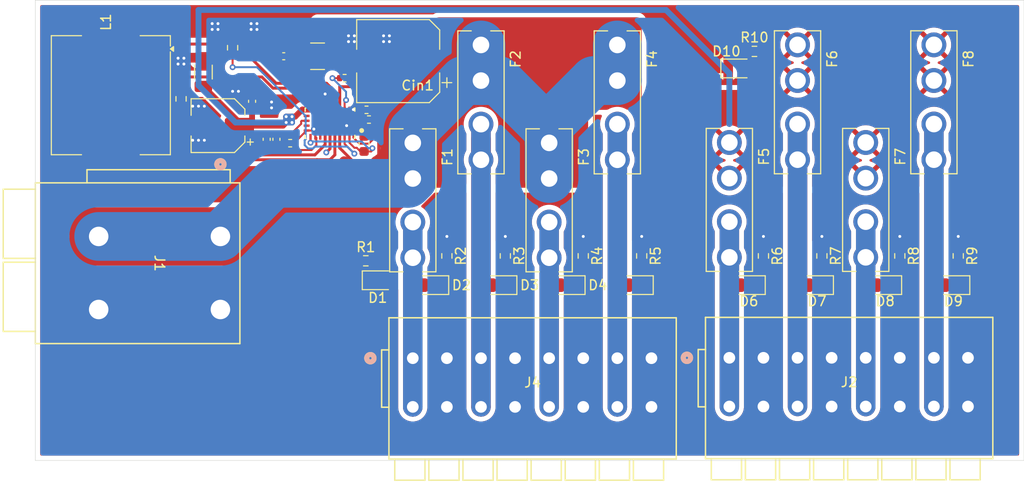
<source format=kicad_pcb>
(kicad_pcb (version 20241229) (generator "pcbnew") (generator_version "9.0")
  (layers (0 "F.Cu" signal) (2 "B.Cu" signal) (13 "F.Paste" user) (15 "B.Paste" user) (5 "F.SilkS" user "F.Silkscreen") (7 "B.SilkS" user "B.Silkscreen") (1 "F.Mask" user) (3 "B.Mask" user) (25 "Edge.Cuts" user))
  (property "PROJECTNAME" "")
  (property "SHEETTOTAL" "1")
  (net 0 "")
  (net 1 "/12Vin")
  (net 2 "GND")
  (net 3 "Net-(D1-A)")
  (net 4 "Net-(D2-A)")
  (net 5 "Net-(D3-A)")
  (net 6 "Net-(D4-A)")
  (net 7 "Net-(D5-A)")
  (net 8 "Net-(D6-A)")
  (net 9 "Net-(D7-A)")
  (net 10 "Net-(D8-A)")
  (net 11 "Net-(D9-A)")
  (net 12 "Net-(D10-A)")
  (net 13 "/VRM/Vout")
  (net 14 "Net-(D2-K)")
  (net 15 "Net-(D3-K)")
  (net 16 "Net-(D4-K)")
  (net 17 "Net-(D5-K)")
  (net 18 "Net-(D6-K)")
  (net 19 "Net-(D7-K)")
  (net 20 "Net-(D8-K)")
  (net 21 "Net-(D9-K)")
  (net 22 "Net-(U1-BOOT1)")
  (net 23 "Net-(U1-SW1)")
  (net 24 "Net-(U1-SW2)")
  (net 25 "Net-(U1-BOOT2)")
  (net 26 "Net-(Ccomp1-Pad2)")
  (net 27 "Net-(U1-COMP)")
  (net 29 "Net-(U1-EXTVCC)")
  (net 33 "Net-(U1-EN_UVLO)")
  (net 34 "Net-(U1-FSW)")
  (footprint "Capacitor_SMD:C_0402_1005Metric" (layer "F.Cu") (at 89.000001 53.024999 -90)
    (property "Reference" "Ccomp1" (hide yes))
    (property "Value" "C")
  )
  (footprint "Resistor_SMD:R_0603_1608Metric" (layer "F.Cu") (at 126.5 65 -90)
    (property "Reference" "R5")
    (property "Value" "R")
  )
  (footprint "Resistor_SMD:R_0603_1608Metric" (layer "F.Cu") (at 138.075 44)
    (property "Reference" "R10")
    (property "Value" "R")
  )
  (footprint "Resistor_SMD:R_0603_1608Metric" (layer "F.Cu") (at 139 65 -90)
    (property "Reference" "R6")
    (property "Value" "R")
  )
  (footprint "LED_SMD:LED_0805_2012Metric" (layer "F.Cu") (at 112 68 180)
    (property "Reference" "D3")
    (property "Value" "OUTSTAT2")
  )
  (footprint "3544_2_fuse:FUSE_3544-2" (layer "F.Cu") (at 135.5 59.25 -90)
    (property "Reference" "F5")
    (property "Value" "3544-2")
  )
  (footprint "LED_SMD:LED_0805_2012Metric" (layer "F.Cu") (at 151.5 68 180)
    (property "Reference" "D8")
    (property "Value" "OUTSTAT7")
  )
  (footprint "3544_2_fuse:FUSE_3544-2" (layer "F.Cu") (at 149.5 59.25 -90)
    (property "Reference" "F7")
    (property "Value" "3544-2")
  )
  (footprint "Capacitor_SMD:C_0402_1005Metric" (layer "F.Cu") (at 88.000001 53.024999 -90)
    (property "Reference" "Ccomp2" (hide yes))
    (property "Value" "C")
  )
  (footprint "Resistor_SMD:R_0603_1608Metric" (layer "F.Cu") (at 84.500001 43.624999 -90)
    (property "Reference" "Cboot1" (hide yes))
    (property "Value" "C")
  )
  (footprint "3544_2_fuse:FUSE_3544-2" (layer "F.Cu") (at 117 59.29 -90)
    (property "Reference" "F3")
    (property "Value" "3544-2")
  )
  (footprint "2601-1108:CONN8_2601-1108_WAG" (layer "F.Cu") (at 135.5 75.46)
    (property "Reference" "J2")
    (property "Value" "2601-1108")
  )
  (footprint "3544_2_fuse:FUSE_3544-2" (layer "F.Cu") (at 110 49.235 -90)
    (property "Reference" "F2")
    (property "Value" "3544-2")
  )
  (footprint "LED_SMD:LED_0805_2012Metric" (layer "F.Cu") (at 99.5 67.5)
    (property "Reference" "D1")
    (property "Value" "INSTAT")
  )
  (footprint "Resistor_SMD:R_0603_1608Metric" (layer "F.Cu") (at 120.5 65 -90)
    (property "Reference" "R4")
    (property "Value" "R")
  )
  (footprint "Inductor_SMD:L_Coilcraft_MSS1210-XXX" (layer "F.Cu") (at 72 48.5 -90)
    (property "Reference" "L1")
    (property "Value" "L")
  )
  (footprint "LED_SMD:LED_0805_2012Metric" (layer "F.Cu") (at 137.5 68 180)
    (property "Reference" "D6")
    (property "Value" "OUTSTAT5")
  )
  (footprint "Capacitor_SMD:C_0603_1608Metric" (layer "F.Cu") (at 98 53.5 90)
    (property "Reference" "Cvcc1" (hide yes))
    (property "Value" "C")
  )
  (footprint "TPS55289RYQR:RYQ0021A-MFG" (layer "F.Cu") (at 94.500001 51.375 180)
    (property "Reference" "U1" (hide yes))
    (property "Value" "TPS55289RYQR")
  )
  (footprint "Resistor_SMD:R_0603_1608Metric" (layer "F.Cu") (at 153 65 -90)
    (property "Reference" "R8")
    (property "Value" "R")
  )
  (footprint "3544_2_fuse:FUSE_3544-2" (layer "F.Cu") (at 103 59.29 -90)
    (property "Reference" "F1")
    (property "Value" "3544-2")
  )
  (footprint "LED_SMD:LED_0805_2012Metric" (layer "F.Cu") (at 105 68 180)
    (property "Reference" "D2")
    (property "Value" "OUTSTAT1")
  )
  (footprint "Resistor_SMD:R_0603_1608Metric" (layer "F.Cu") (at 106.5 65 -90)
    (property "Reference" "R2")
    (property "Value" "R")
  )
  (footprint "Resistor_SMD:R_0402_1005Metric" (layer "F.Cu") (at 90.410001 53.424999)
    (property "Reference" "Rcomp1" (hide yes))
    (property "Value" "R")
  )
  (footprint "LED_SMD:LED_0805_2012Metric" (layer "F.Cu") (at 136.3125 45.75)
    (property "Reference" "D10")
    (property "Value" "REGSTAT")
  )
  (footprint "2601-1108:CONN8_2601-1108_WAG" (layer "F.Cu") (at 102.999998 75.5)
    (property "Reference" "J4")
    (property "Value" "2601-1108")
  )
  (footprint "3544_2_fuse:FUSE_3544-2" (layer "F.Cu") (at 124 49.235 -90)
    (property "Reference" "F4")
    (property "Value" "3544-2")
  )
  (footprint "3544_2_fuse:FUSE_3544-2" (layer "F.Cu") (at 142.500003 49.225 -90)
    (property "Reference" "F6")
    (property "Value" "3544-2")
  )
  (footprint "3544_2_fuse:FUSE_3544-2" (layer "F.Cu") (at 156.5 49.225 -90)
    (property "Reference" "F8")
    (property "Value" "3544-2")
  )
  (footprint "Capacitor_SMD:C_1210_3225Metric" (layer "F.Cu") (at 93.225 44.5)
    (property "Reference" "Cinx1" (hide yes))
    (property "Value" "C")
  )
  (footprint "LED_SMD:LED_0805_2012Metric" (layer "F.Cu") (at 126 68 180)
    (property "Reference" "D5" (hide yes))
    (property "Value" "OUTSTAT4")
  )
  (footprint "Capacitor_SMD:C_1206_3216Metric" (layer "F.Cu") (at 81.500001 46.124999 90)
    (property "Reference" "Coutx1" (hide yes))
    (property "Value" "C")
  )
  (footprint "Resistor_SMD:R_0402_1005Metric" (layer "F.Cu") (at 98.25 50 180)
    (property "Reference" "Renb1" (hide yes))
    (property "Value" "R")
  )
  (footprint "2606-1102:CONN2_2606-1102_WAG" (layer "F.Cu") (at 83.25 63 -90)
    (property "Reference" "J1")
    (property "Value" "2606-1102")
  )
  (footprint "Resistor_SMD:R_0603_1608Metric" (layer "F.Cu") (at 112.5 65 -90)
    (property "Reference" "R3")
    (property "Value" "R")
  )
  (footprint "Resistor_SMD:R_0402_1005Metric" (layer "F.Cu") (at 98.5 51 180)
    (property "Reference" "Rent1" (hide yes))
    (property "Value" "R")
  )
  (footprint "Resistor_SMD:R_0402_1005Metric" (layer "F.Cu") (at 96 46.75)
    (property "Reference" "Rt1" (hide yes))
    (property "Value" "R")
  )
  (footprint "Resistor_SMD:R_0603_1608Metric" (layer "F.Cu") (at 79.208791 48.874999 -90)
    (property "Reference" "Cboot2" (hide yes))
    (property "Value" "C")
  )
  (footprint "Capacitor_SMD:C_0402_1005Metric" (layer "F.Cu") (at 86.500001 49.124999 90)
    (property "Reference" "Coutx2" (hide yes))
    (property "Value" "C")
  )
  (footprint "Capacitor_SMD:C_0402_1005Metric" (layer "F.Cu") (at 89.75 44.5 180)
    (property "Reference" "Cinx2" (hide yes))
    (property "Value" "C")
  )
  (footprint "LED_SMD:LED_0805_2012Metric" (layer "F.Cu") (at 158.5 68 180)
    (property "Reference" "D9")
    (property "Value" "OUTSTAT8")
  )
  (footprint "Capacitor_SMD:CP_Elec_8x6.9" (layer "F.Cu") (at 101.5 45 180)
    (property "Reference" "Cin1")
    (property "Value" "C_Polarized")
  )
  (footprint "LED_SMD:LED_0805_2012Metric" (layer "F.Cu") (at 119 68 180)
    (property "Reference" "D4")
    (property "Value" "OUTSTAT3")
  )
  (footprint "LED_SMD:LED_0805_2012Metric" (layer "F.Cu") (at 144.5 68 180)
    (property "Reference" "D7")
    (property "Value" "OUTSTAT6")
  )
  (footprint "Resistor_SMD:R_0603_1608Metric" (layer "F.Cu") (at 159 65 -90)
    (property "Reference" "R9")
    (property "Value" "R")
  )
  (footprint "Capacitor_SMD:CP_Elec_5x5.3" (layer "F.Cu") (at 83.000001 51.624999 180)
    (property "Reference" "Cout1" (hide yes))
    (property "Value" "C_Polarized")
  )
  (footprint "Resistor_SMD:R_0603_1608Metric" (layer "F.Cu") (at 145 65 -90)
    (property "Reference" "R7")
    (property "Value" "R")
  )
  (footprint "Resistor_SMD:R_0603_1608Metric" (layer "F.Cu") (at 98.175 65.5 180)
    (property "Reference" "R1")
    (property "Value" "R")
  )
  (gr_line (start 64.25 38.75) (end 64.25 86) (stroke (width 0.05)) (layer "Edge.Cuts"))
  (gr_line (start 165.75 86) (end 165.75 38.75) (stroke (width 0.05)) (layer "Edge.Cuts"))
  (gr_line (start 165.75 38.75) (end 64.25 38.75) (stroke (width 0.05)) (layer "Edge.Cuts"))
  (gr_line (start 64.25 86) (end 165.75 86) (stroke (width 0.05)) (layer "Edge.Cuts"))
  (segment (start 90.23 44.5) (end 91.75 44.5) (width 0.2) (layer "F.Cu") (net 1))
  (segment (start 99.500001 47.624999) (end 99.500001 51) (width 0.3) (layer "F.Cu") (net 1))
  (segment (start 99.01 51) (end 99.500001 51) (width 0.2) (layer "F.Cu") (net 1))
  (segment (start 91.75 42.5) (end 92.5 41.75) (width 0.6) (layer "F.Cu") (net 1))
  (segment (start 95.500002 51.375) (end 95.500001 47.624999) (width 0.3) (layer "F.Cu") (net 1))
  (segment (start 99.500001 54.624999) (end 98.500001 55.624999) (width 0.3) (layer "F.Cu") (net 1))
  (segment (start 98.500001 55.624999) (end 97.202618 55.624999) (width 0.3) (layer "F.Cu") (net 1))
  (segment (start 93.25 41) (end 106.25 41) (width 0.6) (layer "F.Cu") (net 1))
  (segment (start 95.500002 53.922383) (end 95.500002 51.375) (width 0.3) (layer "F.Cu") (net 1))
  (segment (start 99.500001 51) (end 99.500001 54.624999) (width 0.3) (layer "F.Cu") (net 1))
  (segment (start 92.5 41.75) (end 93.25 41) (width 0.6) (layer "F.Cu") (net 1))
  (segment (start 91.75 44.5) (end 91.75 42.5) (width 0.6) (layer "F.Cu") (net 1))
  (segment (start 97.202618 55.624999) (end 95.500002 53.922383) (width 0.3) (layer "F.Cu") (net 1))
  (segment (start 95.500001 47.624999) (end 99.500001 47.624999) (width 0.3) (layer "F.Cu") (net 1))
  (segment (start 117 53.395) (end 117 51.591878) (width 5) (layer "B.Cu") (net 1))
  (segment (start 88.701 57.549) (end 102.506 57.549) (width 5) (layer "B.Cu") (net 1))
  (segment (start 83.25 63) (end 88.701 57.549) (width 5) (layer "B.Cu") (net 1))
  (segment (start 108.196878 47) (end 110 47) (width 5) (layer "B.Cu") (net 1))
  (segment (start 124 47) (end 124 43.34) (width 5) (layer "B.Cu") (net 1))
  (segment (start 102.506 57.549) (end 103 57.055) (width 5) (layer "B.Cu") (net 1))
  (segment (start 117 51.591878) (end 121.591878 47) (width 5) (layer "B.Cu") (net 1))
  (segment (start 117 53.395) (end 117 57.055) (width 5) (layer "B.Cu") (net 1))
  (segment (start 110 47) (end 110 43.34) (width 5) (layer "B.Cu") (net 1))
  (segment (start 103 52.196878) (end 108.196878 47) (width 5) (layer "B.Cu") (net 1))
  (segment (start 117 52.196878) (end 117 53.395) (width 5) (layer "B.Cu") (net 1))
  (segment (start 121.591878 47) (end 124 47) (width 5) (layer "B.Cu") (net 1))
  (segment (start 110 47) (end 111.803122 47) (width 5) (layer "B.Cu") (net 1))
  (segment (start 70.75 63) (end 83.25 63) (width 5) (layer "B.Cu") (net 1))
  (segment (start 111.803122 47) (end 117 52.196878) (width 5) (layer "B.Cu") (net 1))
  (segment (start 103 53.395) (end 103 57.055) (width 5) (layer "B.Cu") (net 1))
  (segment (start 103 53.395) (end 103 52.196878) (width 5) (layer "B.Cu") (net 1))
  (segment (start 97.5 51.625) (end 98 52.125) (width 0.3) (layer "F.Cu") (net 2))
  (segment (start 81.6 53.124999) (end 80.4 53.124999) (width 0.6) (layer "F.Cu") (net 2))
  (segment (start 80.500001 51.924999) (end 80.800001 51.624999) (width 0.6) (layer "F.Cu") (net 2))
  (segment (start 92.100001 52.125001) (end 92.694607 52.125001) (width 0.2) (layer "F.Cu") (net 2))
  (segment (start 94.11924 54.376001) (end 94.500001 53.99524) (width 0.3) (layer "F.Cu") (net 2))
  (segment (start 81.6 53.124999) (end 81.500001 53.224998) (width 0.6) (layer "F.Cu") (net 2))
  (segment (start 81.000001 53.124999) (end 81.000001 51.824999) (width 0.6) (layer "F.Cu") (net 2))
  (segment (start 80.5 49.724999) (end 80.5 51.324998) (width 0.6) (layer "F.Cu") (net 2))
  (segment (start 80.4 49.624999) (end 80.5 49.724999) (width 0.6) (layer "F.Cu") (net 2))
  (segment (start 81.500001 53.224998) (end 81.500001 53.250001) (width 0.6) (layer "F.Cu") (net 2))
  (segment (start 92.694607 52.125001) (end 92.843256 51.976352) (width 0.2) (layer "F.Cu") (net 2))
  (segment (start 80.5 51.324998) (end 80.800001 51.624999) (width 0.6) (layer "F.Cu") (net 2))
  (segment (start 80.4 53.124999) (end 80.500001 53.024998) (width 0.6) (layer "F.Cu") (net 2))
  (segment (start 98.025 45) (end 96.51 46.515) (width 0.2) (layer "F.Cu") (net 2))
  (segment (start 81.500001 53.250001) (end 81.75 53.5) (width 0.6) (layer "F.Cu") (net 2))
  (segment (start 96.205481 51.625) (end 96.900001 51.625) (width 0.3) (layer "F.Cu") (net 2))
  (segment (start 98 52.125) (end 98 52.725) (width 0.3) (layer "F.Cu") (net 2))
  (segment (start 81.000001 51.824999) (end 80.800001 51.624999) (width 0.6) (layer "F.Cu") (net 2))
  (segment (start 87.254999 53.504999) (end 88.000001 53.504999) (width 0.6) (layer "F.Cu") (net 2))
  (segment (start 81.75 53.5) (end 87.25 53.5) (width 0.6) (layer "F.Cu") (net 2))
  (segment (start 81.500001 52.324999) (end 80.800001 51.624999) (width 0.6) (layer "F.Cu") (net 2))
  (segment (start 81.000001 51.424999) (end 80.800001 51.624999) (width 0.6) (layer "F.Cu") (net 2))
  (segment (start 81.6 53.124999) (end 81.500001 53.025) (width 0.6) (layer "F.Cu") (net 2))
  (segment (start 81.500001 49.724998) (end 81.500001 50.924999) (width 0.6) (layer "F.Cu") (net 2))
  (segment (start 81.000001 49.624999) (end 81.000001 51.424999) (width 0.6) (layer "F.Cu") (net 2))
  (segment (start 90.920001 53.305001) (end 92.100001 52.125001) (width 0.2) (layer "F.Cu") (net 2))
  (segment (start 81.6 49.624999) (end 81.500001 49.724998) (width 0.6) (layer "F.Cu") (net 2))
  (segment (start 96.900001 51.625) (end 97.5 51.625) (width 0.3) (layer "F.Cu") (net 2))
  (segment (start 80.4 49.624999) (end 81.000001 49.624999) (width 0.6) (layer "F.Cu") (net 2))
  (segment (start 87.25 53.5) (end 87.254999 53.504999) (width 0.6) (layer "F.Cu") (net 2))
  (segment (start 81.500001 53.025) (end 81.500001 52.324999) (width 0.6) (layer "F.Cu") (net 2))
  (segment (start 90.920001 53.424999) (end 90.920001 53.305001) (width 0.2) (layer "F.Cu") (net 2))
  (segment (start 96.51 46.515) (end 96.51 46.75) (width 0.2) (layer "F.Cu") (net 2))
  (segment (start 97.125001 50) (end 97.74 50) (width 0.2) (layer "F.Cu") (net 2))
  (segment (start 96.500002 49.975) (end 96.900001 49.975) (width 0.3) (layer "F.Cu") (net 2))
  (segment (start 81.6 53.124999) (end 81.000001 53.124999) (width 0.6) (layer "F.Cu") (net 2))
  (segment (start 94.500001 53.99524) (end 94.500001 48.874999) (width 0.3) (layer "F.Cu") (net 2))
  (segment (start 96.900001 49.975) (end 97.100001 49.975) (width 0.2) (layer "F.Cu") (net 2))
  (segment (start 80.500001 53.024998) (end 80.500001 51.924999) (width 0.6) (layer "F.Cu") (net 2))
  (segment (start 97.100001 49.975) (end 97.125001 50) (width 0.2) (layer "F.Cu") (net 2))
  (segment (start 81.500001 50.924999) (end 80.800001 51.624999) (width 0.6) (layer "F.Cu") (net 2))
  (segment (start 94.500001 48.874999) (end 94.000002 48.375) (width 0.3) (layer "F.Cu") (net 2))
  (segment (start 81.000001 49.624999) (end 81.6 49.624999) (width 0.6) (layer "F.Cu") (net 2))
  (via (at 87 41.15) (size 0.6) (drill 0.3) (layers "F.Cu" "B.Cu") (net 2))
  (via (at 81.000001 49.624999) (size 0.6) (drill 0.3) (layers "F.Cu" "B.Cu") (net 2))
  (via (at 97 42.4) (size 0.6) (drill 0.3) (layers "F.Cu" "B.Cu") (net 2))
  (via (at 100 43) (size 0.6) (drill 0.3) (layers "F.Cu" "B.Cu") (net 2))
  (via (at 145 63) (size 0.6) (drill 0.3) (layers "F.Cu" "B.Cu") (net 2))
  (via (at 79.5 44.7) (size 0.6) (drill 0.3) (layers "F.Cu" "B.Cu") (net 2))
  (via (at 100 42.4) (size 0.6) (drill 0.3) (layers "F.Cu" "B.Cu") (net 2))
  (via (at 80.4 53.124999) (size 0.6) (drill 0.3) (layers "F.Cu" "B.Cu") (net 2))
  (via (at 80.4 49.624999) (size 0.6) (drill 0.3) (layers "F.Cu" "B.Cu") (net 2))
  (via (at 96.205481 51.625) (size 0.6) (drill 0.3) (layers "F.Cu" "B.Cu") (net 2))
  (via (at 78.9 44.7) (size 0.6) (drill 0.3) (layers "F.Cu" "B.Cu") (net 2))
  (via (at 79.5 45.3) (size 0.6) (drill 0.3) (layers "F.Cu" "B.Cu") (net 2))
  (via (at 88.5 49.8) (size 0.6) (drill 0.3) (layers "F.Cu" "B.Cu") (net 2))
  (via (at 88.5 49.2) (size 0.6) (drill 0.3) (layers "F.Cu" "B.Cu") (net 2))
  (via (at 153 63) (size 0.6) (drill 0.3) (layers "F.Cu" "B.Cu") (net 2))
  (via (at 87 41.75) (size 0.6) (drill 0.3) (layers "F.Cu" "B.Cu") (net 2))
  (via (at 78.9 45.3) (size 0.6) (drill 0.3) (layers "F.Cu" "B.Cu") (net 2))
  (via (at 139 63) (size 0.6) (drill 0.3) (layers "F.Cu" "B.Cu") (net 2))
  (via (at 81.6 53.124999) (size 0.6) (drill 0.3) (layers "F.Cu" "B.Cu") (net 2))
  (via (at 92.843256 51.976352) (size 0.6) (drill 0.3) (layers "F.Cu" "B.Cu") (net 2))
  (via (at 96.4 42.4) (size 0.6) (drill 0.3) (layers "F.Cu" "B.Cu") (net 2))
  (via (at 86.4 41.15) (size 0.6) (drill 0.3) (layers "F.Cu" "B.Cu") (net 2))
  (via (at 126.5 63) (size 0.6) (drill 0.3) (layers "F.Cu" "B.Cu") (net 2))
  (via (at 112.5 63) (size 0.6) (drill 0.3) (layers "F.Cu" "B.Cu") (net 2))
  (via (at 94.000002 48.375) (size 0.6) (drill 0.3) (layers "F.Cu" "B.Cu") (net 2))
  (via (at 84.5 48.1) (size 0.6) (drill 0.3) (layers "F.Cu" "B.Cu") (net 2))
  (via (at 100.6 43) (size 0.6) (drill 0.3) (layers "F.Cu" "B.Cu") (net 2))
  (via (at 86.4 41.75) (size 0.6) (drill 0.3) (layers "F.Cu" "B.Cu") (net 2))
  (via (at 96.4 43) (size 0.6) (drill 0.3) (layers "F.Cu" "B.Cu") (net 2))
  (via (at 81.000001 53.124999) (size 0.6) (drill 0.3) (layers "F.Cu" "B.Cu") (net 2))
  (via (at 82.4 41.15) (size 0.6) (drill 0.3) (layers "F.Cu" "B.Cu") (net 2))
  (via (at 159 63) (size 0.6) (drill 0.3) (layers "F.Cu" "B.Cu") (net 2))
  (via (at 83 41.15) (size 0.6) (drill 0.3) (layers "F.Cu" "B.Cu") (net 2))
  (via (at 106.5 63) (size 0.6) (drill 0.3) (layers "F.Cu" "B.Cu") (net 2))
  (via (at 100.6 42.4) (size 0.6) (drill 0.3) (layers "F.Cu" "B.Cu") (net 2))
  (via (at 81.6 49.624999) (size 0.6) (drill 0.3) (layers "F.Cu" "B.Cu") (net 2))
  (via (at 94.11924 54.376001) (size 0.6) (drill 0.3) (layers "F.Cu" "B.Cu") (net 2))
  (via (at 82.4 41.75) (size 0.6) (drill 0.3) (layers "F.Cu" "B.Cu") (net 2))
  (via (at 96.900001 49.975) (size 0.6) (drill 0.3) (layers "F.Cu" "B.Cu") (net 2))
  (via (at 83 41.75) (size 0.6) (drill 0.3) (layers "F.Cu" "B.Cu") (net 2))
  (via (at 85.1 48.1) (size 0.6) (drill 0.3) (layers "F.Cu" "B.Cu") (net 2))
  (via (at 97 43) (size 0.6) (drill 0.3) (layers "F.Cu" "B.Cu") (net 2))
  (via (at 120.5 63) (size 0.6) (drill 0.3) (layers "F.Cu" "B.Cu") (net 2))
  (segment (start 99 66.0625) (end 100.4375 67.5) (width 0.2) (layer "F.Cu") (net 3))
  (segment (start 99 65.5) (end 99 66.0625) (width 0.2) (layer "F.Cu") (net 3))
  (segment (start 103 61.525) (end 103 80.499998) (width 2) (layer "F.Cu") (net 4))
  (segment (start 103 80.499998) (end 102.999998 80.5) (width 2) (layer "F.Cu") (net 4))
  (segment (start 103 80.499998) (end 102.999998 80.5) (width 2) (layer "B.Cu") (net 4))
  (segment (start 103 61.525) (end 103 80.499998) (width 2) (layer "B.Cu") (net 4))
  (segment (start 110 53) (end 110 80.5) (width 2) (layer "F.Cu") (net 5))
  (segment (start 110.000002 80.499998) (end 110 80.5) (width 2) (layer "F.Cu") (net 5))
  (segment (start 110 51.47) (end 110 55.13) (width 2) (layer "F.Cu") (net 5))
  (segment (start 110 51.47) (end 110 80.5) (width 2) (layer "B.Cu") (net 5))
  (segment (start 117.000001 61.525001) (end 117.000001 80.5) (width 2) (layer "F.Cu") (net 6))
  (segment (start 117 61.525) (end 117.000001 61.525001) (width 2) (layer "F.Cu") (net 6))
  (segment (start 117.000001 61.525001) (end 117.000001 80.5) (width 2) (layer "B.Cu") (net 6))
  (segment (start 117 61.525) (end 117.000001 61.525001) (width 2) (layer "B.Cu") (net 6))
  (segment (start 124 80.499998) (end 124.000002 80.5) (width 2) (layer "F.Cu") (net 7))
  (segment (start 124 51.47) (end 124 80.499998) (width 2) (layer "F.Cu") (net 7))
  (segment (start 124 80.499998) (end 124.000002 80.5) (width 2) (layer "B.Cu") (net 7))
  (segment (start 124 51.47) (end 124 80.499998) (width 2) (layer "B.Cu") (net 7))
  (segment (start 135.5 80.46) (end 135.5 61.485) (width 2) (layer "F.Cu") (net 8))
  (segment (start 135.5 61.485) (end 135.5 80.46) (width 2) (layer "B.Cu") (net 8))
  (segment (start 142.500003 51.46) (end 142.500002 80.46) (width 2) (layer "F.Cu") (net 9))
  (segment (start 142.500003 51.46) (end 142.500002 80.46) (width 2) (layer "B.Cu") (net 9))
  (segment (start 149.5 80.459997) (end 149.500003 80.46) (width 2) (layer "F.Cu") (net 10))
  (segment (start 149.5 61.485) (end 149.5 80.459997) (width 2) (layer "F.Cu") (net 10))
  (segment (start 149.5 61.485) (end 149.5 80.459997) (width 2) (layer "B.Cu") (net 10))
  (segment (start 149.5 80.459997) (end 149.500003 80.46) (width 2) (layer "B.Cu") (net 10))
  (segment (start 156.5 80.459996) (end 156.500004 80.46) (width 2) (layer "F.Cu") (net 11))
  (segment (start 156.5 51.46) (end 156.5 80.459996) (width 2) (layer "F.Cu") (net 11))
  (segment (start 156.5 80.459996) (end 156.500004 80.46) (width 2) (layer "B.Cu") (net 11))
  (segment (start 156.5 51.46) (end 156.5 80.459996) (width 2) (layer "B.Cu") (net 11))
  (segment (start 137.25 44) (end 137.25 45.75) (width 0.2) (layer "F.Cu") (net 12))
  (segment (start 90 51.3) (end 90 50.7) (width 0.6) (layer "F.Cu") (net 13))
  (segment (start 85.200001 51.299999) (end 81.500001 47.599999) (width 0.6) (layer "F.Cu") (net 13))
  (segment (start 93.2 50.2) (end 93.3 50.1) (width 0.3) (layer "F.Cu") (net 13))
  (segment (start 90.6 51.3) (end 90.6 50.7) (width 0.6) (layer "F.Cu") (net 13))
  (segment (start 90 51.3) (end 90.6 51.3) (width 0.6) (layer "F.Cu") (net 13))
  (segment (start 93.125001 50.1) (end 93.000001 49.975) (width 0.3) (layer "F.Cu") (net 13))
  (segment (start 85.200001 51.624999) (end 85.200001 51.299999) (width 0.6) (layer "F.Cu") (net 13))
  (segment (start 93.5 49.975) (end 93.000001 49.975) (width 0.3) (layer "F.Cu") (net 13))
  (segment (start 90.6 50.7) (end 90.925 50.7) (width 0.6) (layer "F.Cu") (net 13))
  (segment (start 90.6 50.7) (end 90 50.7) (width 0.6) (layer "F.Cu") (net 13))
  (segment (start 93.5 51.375) (end 93.2 51.075) (width 0.3) (layer "F.Cu") (net 13))
  (segment (start 89.675001 51.624999) (end 90 51.3) (width 0.6) (layer "F.Cu") (net 13))
  (segment (start 93.3 50.1) (end 93.125001 50.1) (width 0.3) (layer "F.Cu") (net 13))
  (segment (start 93.5 51.375) (end 93.5 49.975) (width 0.3) (layer "F.Cu") (net 13))
  (segment (start 93.2 51.075) (end 93.2 50.2) (width 0.3) (layer "F.Cu") (net 13))
  (segment (start 91.65 49.975) (end 93.3 49.975) (width 0.6) (layer "F.Cu") (net 13))
  (segment (start 85.200001 51.624999) (end 89.675001 51.624999) (width 0.6) (layer "F.Cu") (net 13))
  (segment (start 90.925 50.7) (end 91.65 49.975) (width 0.6) (layer "F.Cu") (net 13))
  (segment (start 86.500001 51.124999) (end 86.500001 49.604999) (width 0.6) (layer "F.Cu") (net 13))
  (via (at 90 51.3) (size 0.6) (drill 0.3) (layers "F.Cu" "B.Cu") (net 13))
  (via (at 90.6 50.7) (size 0.6) (drill 0.3) (layers "F.Cu" "B.Cu") (net 13))
  (via (at 90 50.7) (size 0.6) (drill 0.3) (layers "F.Cu" "B.Cu") (net 13))
  (via (at 90.6 51.3) (size 0.6) (drill 0.3) (layers "F.Cu" "B.Cu") (net 13))
  (segment (start 90 51.3) (end 90.6 51.3) (width 0.6) (layer "B.Cu") (net 13))
  (segment (start 90 51.3) (end 84.8 51.3) (width 0.6) (layer "B.Cu") (net 13))
  (segment (start 129 39.75) (end 135.5 46.25) (width 0.6) (layer "B.Cu") (net 13))
  (segment (start 90.6 51.3) (end 90.6 50.7) (width 0.6) (layer "B.Cu") (net 13))
  (segment (start 84.8 51.3) (end 81 47.5) (width 0.6) (layer "B.Cu") (net 13))
  (segment (start 81 47.5) (end 81 39.75) (width 0.6) (layer "B.Cu") (net 13))
  (segment (start 135.5 46.25) (end 135.5 51.46) (width 0.6) (layer "B.Cu") (net 13))
  (segment (start 90.6 50.7) (end 90 50.7) (width 0.6) (layer "B.Cu") (net 13))
  (segment (start 90 50.7) (end 90 51.3) (width 0.6) (layer "B.Cu") (net 13))
  (segment (start 81 39.75) (end 129 39.75) (width 0.6) (layer "B.Cu") (net 13))
  (segment (start 106.5 65.825) (end 106.5 67.4375) (width 0.2) (layer "F.Cu") (net 14))
  (segment (start 106.5 67.4375) (end 105.9375 68) (width 0.2) (layer "F.Cu") (net 14))
  (segment (start 112.5 67.5625) (end 112.9375 68) (width 0.2) (layer "F.Cu") (net 15))
  (segment (start 112.5 65.825) (end 112.5 67.5625) (width 0.2) (layer "F.Cu") (net 15))
  (segment (start 120.5 67.4375) (end 119.9375 68) (width 0.2) (layer "F.Cu") (net 16))
  (segment (start 120.5 65.825) (end 120.5 67.4375) (width 0.2) (layer "F.Cu") (net 16))
  (segment (start 126.5 67.5625) (end 126.9375 68) (width 0.2) (layer "F.Cu") (net 17))
  (segment (start 126.5 65.825) (end 126.5 67.5625) (width 0.2) (layer "F.Cu") (net 17))
  (segment (start 139 67.4375) (end 138.4375 68) (width 0.2) (layer "F.Cu") (net 18))
  (segment (start 139 65.825) (end 139 67.4375) (width 0.2) (layer "F.Cu") (net 18))
  (segment (start 145 67.5625) (end 145.4375 68) (width 0.2) (layer "F.Cu") (net 19))
  (segment (start 145 65.825) (end 145 67.5625) (width 0.2) (layer "F.Cu") (net 19))
  (segment (start 153 67.4375) (end 152.4375 68) (width 0.2) (layer "F.Cu") (net 20))
  (segment (start 153 65.825) (end 153 67.4375) (width 0.2) (layer "F.Cu") (net 20))
  (segment (start 159 65.825) (end 159 67.5625) (width 0.2) (layer "F.Cu") (net 21))
  (segment (start 159 67.5625) (end 159.4375 68) (width 0.2) (layer "F.Cu") (net 21))
  (segment (start 96.498273 54) (end 96.000001 53.501728) (width 0.2) (layer "F.Cu") (net 22))
  (segment (start 96.5 54) (end 96.498273 54) (width 0.2) (layer "F.Cu") (net 22))
  (segment (start 96.000001 53.501728) (end 96.000001 52.775) (width 0.2) (layer "F.Cu") (net 22))
  (segment (start 84.500001 45.624999) (end 84.500001 44.449999) (width 0.2) (layer "F.Cu") (net 22))
  (segment (start 96.5 54) (end 97 54.5) (width 0.2) (layer "F.Cu") (net 22))
  (via (at 97 54.5) (size 0.6) (drill 0.3) (layers "F.Cu" "B.Cu") (net 22))
  (via (at 84.500001 45.624999) (size 0.6) (drill 0.3) (layers "F.Cu" "B.Cu") (net 22))
  (segment (start 92.251058 53.976) (end 92.748944 53.976) (width 0.2) (layer "B.Cu") (net 22))
  (segment (start 96.276 53.776) (end 97 54.5) (width 0.2) (layer "B.Cu") (net 22))
  (segment (start 91.899001 53.623943) (end 92.251058 53.976) (width 0.2) (layer "B.Cu") (net 22))
  (segment (start 92.948944 53.776) (end 96.276 53.776) (width 0.2) (layer "B.Cu") (net 22))
  (segment (start 91.899001 53.126057) (end 91.899001 53.623943) (width 0.2) (layer "B.Cu") (net 22))
  (segment (start 92.000001 50.624999) (end 92.000001 53.025057) (width 0.2) (layer "B.Cu") (net 22))
  (segment (start 92.000001 53.025057) (end 91.899001 53.126057) (width 0.2) (layer "B.Cu") (net 22))
  (segment (start 92.748944 53.976) (end 92.948944 53.776) (width 0.2) (layer "B.Cu") (net 22))
  (segment (start 84.500001 45.624999) (end 87.000001 45.624999) (width 0.2) (layer "B.Cu") (net 22))
  (segment (start 87.000001 45.624999) (end 92.000001 50.624999) (width 0.2) (layer "B.Cu") (net 22))
  (segment (start 69.268129 55.124999) (end 68.899 54.75587) (width 0.3) (layer "F.Cu") (net 23))
  (segment (start 84.175001 42.799999) (end 84.500001 42.799999) (width 0.3) (layer "F.Cu") (net 23))
  (segment (start 95 48.124999) (end 94.151 47.275999) (width 0.3) (layer "F.Cu") (net 23))
  (segment (start 88.976001 47.275999) (end 84.500001 42.799999) (width 0.3) (layer "F.Cu") (net 23))
  (segment (start 95 51.375) (end 95 54.624999) (width 0.3) (layer "F.Cu") (net 23))
  (segment (start 72 43.75) (end 72.5 43.25) (width 0.3) (layer "F.Cu") (net 23))
  (segment (start 93.158523 55.125999) (end 78.042481 55.125999) (width 0.3) (layer "F.Cu") (net 23))
  (segment (start 78.04148 55.124999) (end 69.268129 55.124999) (width 0.3) (layer "F.Cu") (net 23))
  (segment (start 68.899 54.75587) (end 68.899 46.851) (width 0.3) (layer "F.Cu") (net 23))
  (segment (start 94.151 47.275999) (end 88.976001 47.275999) (width 0.3) (layer "F.Cu") (net 23))
  (segment (start 68.899 46.851) (end 72 43.75) (width 0.3) (layer "F.Cu") (net 23))
  (segment (start 93.159524 55.124999) (end 93.158523 55.125999) (width 0.3) (layer "F.Cu") (net 23))
  (segment (start 95 54.624999) (end 94.5 55.124999) (width 0.3) (layer "F.Cu") (net 23))
  (segment (start 95 51.375) (end 95 48.124999) (width 0.3) (layer "F.Cu") (net 23))
  (segment (start 94.5 55.124999) (end 93.159524 55.124999) (width 0.3) (layer "F.Cu") (net 23))
  (segment (start 78.042481 55.125999) (end 78.04148 55.124999) (width 0.3) (layer "F.Cu") (net 23))
  (segment (start 83.725 43.25) (end 84.175001 42.799999) (width 0.3) (layer "F.Cu") (net 23))
  (segment (start 72.5 43.25) (end 83.725 43.25) (width 0.3) (layer "F.Cu") (net 23))
  (segment (start 87.500001 46.624999) (end 79.417581 46.624999) (width 0.3) (layer "F.Cu") (net 24))
  (segment (start 92.951003 54.624999) (end 94.000002 53.576) (width 0.3) (layer "F.Cu") (net 24))
  (segment (start 79.417581 46.624999) (end 79.208791 46.833789) (width 0.3) (layer "F.Cu") (net 24))
  (segment (start 94.000002 53.576) (end 94.000002 51.375) (width 0.3) (layer "F.Cu") (net 24))
  (segment (start 92.302001 47.776999) (end 88.652001 47.776999) (width 0.3) (layer "F.Cu") (net 24))
  (segment (start 88.652001 47.776999) (end 87.500001 46.624999) (width 0.3) (layer "F.Cu") (net 24))
  (segment (start 78.250001 54.624999) (end 92.951003 54.624999) (width 0.3) (layer "F.Cu") (net 24))
  (segment (start 79.208791 46.833789) (end 79.208791 48.049999) (width 0.3) (layer "F.Cu") (net 24))
  (segment (start 78.250001 54.624999) (end 76.875002 53.25) (width 0.3) (layer "F.Cu") (net 24))
  (segment (start 94.000002 49.475) (end 92.302001 47.776999) (width 0.3) (layer "F.Cu") (net 24))
  (segment (start 79.208791 48.049999) (end 77.200001 48.049999) (width 0.3) (layer "F.Cu") (net 24))
  (segment (start 76.875002 53.25) (end 72 53.25) (width 0.3) (layer "F.Cu") (net 24))
  (segment (start 77.200001 48.049999) (end 72 53.25) (width 0.3) (layer "F.Cu") (net 24))
  (segment (start 94.000002 51.375) (end 94.000002 49.475) (width 0.3) (layer "F.Cu") (net 24))
  (segment (start 93.000001 52.775) (end 93.101001 52.876) (width 0.2) (layer "F.Cu") (net 25))
  (segment (start 78.500001 50.408789) (end 79.208791 49.699999) (width 0.2) (layer "F.Cu") (net 25))
  (segment (start 79.500001 54.124999) (end 78.500001 53.124999) (width 0.2) (layer "F.Cu") (net 25))
  (segment (start 93.101001 52.876) (end 93.101001 53.623943) (width 0.2) (layer "F.Cu") (net 25))
  (segment (start 93.101001 53.623943) (end 92.599945 54.124999) (width 0.2) (layer "F.Cu") (net 25))
  (segment (start 92.599945 54.124999) (end 79.500001 54.124999) (width 0.2) (layer "F.Cu") (net 25))
  (segment (start 78.500001 53.124999) (end 78.500001 50.408789) (width 0.2) (layer "F.Cu") (net 25))
  (segment (start 89.000001 53.504999) (end 89.820001 53.504999) (width 0.2) (layer "F.Cu") (net 26))
  (segment (start 89.820001 53.504999) (end 89.900001 53.424999) (width 0.2) (layer "F.Cu") (net 26))
  (segment (start 91.600002 51.125) (end 91.539002 51.186) (width 0.2) (layer "F.Cu") (net 27))
  (segment (start 89.000001 52.544999) (end 90.429943 52.544999) (width 0.2) (layer "F.Cu") (net 27))
  (segment (start 91.539002 51.186) (end 91.539002 51.43594) (width 0.2) (layer "F.Cu") (net 27))
  (segment (start 92.100001 51.125) (end 91.600002 51.125) (width 0.2) (layer "F.Cu") (net 27))
  (segment (start 89.000001 52.544999) (end 88.000001 52.544999) (width 0.2) (layer "F.Cu") (net 27))
  (segment (start 91.539002 51.43594) (end 90.429943 52.544999) (width 0.2) (layer "F.Cu") (net 27))
  (segment (start 98.725 54.275) (end 98 54.275) (width 0.2) (layer "F.Cu") (net 29))
  (segment (start 97.601 54.275) (end 98 54.275) (width 0.2) (layer "F.Cu") (net 29))
  (segment (start 97.248943 53.899) (end 97.601 54.251057) (width 0.2) (layer "F.Cu") (net 29))
  (segment (start 97.900001 54.275) (end 98 54.275) (width 0.2) (layer "F.Cu") (net 29))
  (segment (start 96.500002 52.775) (end 96.500002 53.387502) (width 0.2) (layer "F.Cu") (net 29))
  (segment (start 98.850001 54.149999) (end 98.725 54.275) (width 0.2) (layer "F.Cu") (net 29))
  (segment (start 92.500001 53.375) (end 92.5 52.775) (width 0.2) (layer "F.Cu") (net 29))
  (segment (start 96.500002 53.387502) (end 97.0115 53.899) (width 0.2) (layer "F.Cu") (net 29))
  (segment (start 97.601 54.251057) (end 97.601 54.275) (width 0.2) (layer "F.Cu") (net 29))
  (segment (start 98.850001 53.943659) (end 98.850001 54.149999) (width 0.2) (layer "F.Cu") (net 29))
  (segment (start 97.0115 53.899) (end 97.248943 53.899) (width 0.2) (layer "F.Cu") (net 29))
  (segment (start 96.500002 52.875001) (end 96.500002 52.775) (width 0.2) (layer "F.Cu") (net 29))
  (via (at 98.850001 53.943659) (size 0.6) (drill 0.3) (layers "F.Cu" "B.Cu") (net 29))
  (via (at 92.500001 53.375) (size 0.6) (drill 0.3) (layers "F.Cu" "B.Cu") (net 29))
  (segment (start 98.44366 53.94366) (end 97.75 53.25) (width 0.2) (layer "B.Cu") (net 29))
  (segment (start 98.850001 53.943659) (end 98.85 53.94366) (width 0.2) (layer "B.Cu") (net 29))
  (segment (start 98.85 53.94366) (end 98.44366 53.94366) (width 0.2) (layer "B.Cu") (net 29))
  (segment (start 97.75 53.25) (end 92.625001 53.25) (width 0.2) (layer "B.Cu") (net 29))
  (segment (start 92.625001 53.25) (end 92.500001 53.375) (width 0.2) (layer "B.Cu") (net 29))
  (segment (start 97.99 50.77) (end 97.99 51) (width 0.2) (layer "F.Cu") (net 33))
  (segment (start 97.52589 53.476) (end 98.47411 53.476) (width 0.2) (layer "F.Cu") (net 33))
  (segment (start 99 52.01) (end 97.99 51) (width 0.2) (layer "F.Cu") (net 33))
  (segment (start 98.47411 53.476) (end 99 52.95011) (width 0.2) (layer "F.Cu") (net 33))
  (segment (start 96.900001 52.125001) (end 96.900001 52.850111) (width 0.2) (layer "F.Cu") (net 33))
  (segment (start 99 52.95011) (end 99 52.01) (width 0.2) (layer "F.Cu") (net 33))
  (segment (start 98.76 50) (end 97.99 50.77) (width 0.2) (layer "F.Cu") (net 33))
  (segment (start 96.900001 52.850111) (end 97.52589 53.476) (width 0.2) (layer "F.Cu") (net 33))
  (segment (start 94.75 46.75) (end 95.49 46.75) (width 0.2) (layer "F.Cu") (net 34))
  (segment (start 96.000001 49.150001) (end 96.150002 49) (width 0.2) (layer "F.Cu") (net 34))
  (segment (start 96.000001 49.975) (end 96.000001 49.150001) (width 0.2) (layer "F.Cu") (net 34))
  (via (at 96.150002 49) (size 0.6) (drill 0.3) (layers "F.Cu" "B.Cu") (net 34))
  (via (at 94.75 46.75) (size 0.6) (drill 0.3) (layers "F.Cu" "B.Cu") (net 34))
  (segment (start 96.150002 49) (end 96.150002 48.150002) (width 0.2) (layer "B.Cu") (net 34))
  (segment (start 96.150002 48.150002) (end 94.75 46.75) (width 0.2) (layer "B.Cu") (net 34))
  (zone (net 1) (net_name "/12Vin") (layer "F.Cu") (priority 1) (connect_pads yes (clearance 0.5)) (min_thickness 1) (fill yes (thermal_gap 0.5) (thermal_bridge_width 2))
    (polygon (pts (xy 126.5 50) (xy 121 50) (xy 121 58) (xy 105 58) (xy 97 66) (xy 67.75 66) (xy 67.75 60) (xy 86 60) (xy 105.5 40.5) (xy 126.5 40.5)))
  )
  (zone (net 2) (net_name "GND") (layer "F.Cu") (connect_pads (clearance 0.5)) (min_thickness 0.25) (fill yes (thermal_gap 0.5) (thermal_bridge_width 1))
    (polygon (pts (xy 64.25 60) (xy 64.25 38.75) (xy 105.75 38.75) (xy 165.75 38.75) (xy 165.75 86) (xy 64.25 86)))
  )
  (zone (net 13) (net_name "/VRM/Vout") (layer "F.Cu") (priority 2) (connect_pads (clearance 0.5)) (min_thickness 0.25) (fill yes (thermal_gap 0.5) (thermal_bridge_width 0.5))
    (polygon (pts (xy 159.5 57.96) (xy 131 57.96) (xy 131 47.96) (xy 131.000002 47.959992) (xy 131.000003 47.96) (xy 138.000003 47.96) (xy 138.000003 40.46) (xy 159.5 40.46)))
  )
  (zone (net 2) (net_name "GND") (layer "B.Cu") (priority 1) (connect_pads yes (clearance 0.5)) (min_thickness 0.5) (fill yes (thermal_gap 0.5) (thermal_bridge_width 2))
    (polygon (pts (xy 165.75 58) (xy 165.75 86) (xy 145 86) (xy 107.75 86) (xy 100.25 86) (xy 64.25 86) (xy 64.25 79.5) (xy 64.25 73) (xy 64.25 38.75) (xy 96.25 38.75) (xy 105.5 38.75) (xy 165.75 38.75)))
  )
)
</source>
